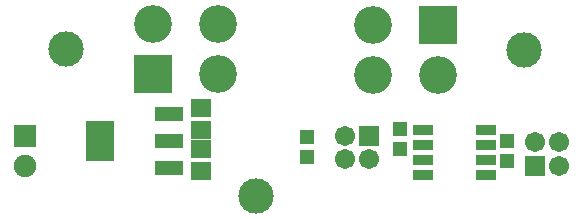
<source format=gbs>
G04 DipTrace 2.4.0.2*
%INV_C_monitor_V2.GBS*%
%MOIN*%
%ADD33C,0.1181*%
%ADD40R,0.0927X0.0474*%
%ADD42R,0.0927X0.136*%
%ADD46R,0.0691X0.0317*%
%ADD52C,0.075*%
%ADD54R,0.075X0.075*%
%ADD56C,0.1261*%
%ADD58R,0.1261X0.1261*%
%ADD62C,0.0671*%
%ADD64R,0.0671X0.0671*%
%ADD66R,0.0671X0.0592*%
%ADD68R,0.0474X0.0513*%
%FSLAX44Y44*%
G04*
G70*
G90*
G75*
G01*
%LNBotMask*%
%LPD*%
D68*
X21072Y6975D3*
Y6305D3*
D66*
X10884Y8100D3*
Y7352D3*
Y5975D3*
Y6723D3*
D64*
X22009Y6162D3*
D62*
Y6950D3*
X22796D3*
Y6162D3*
D64*
X16456Y7161D3*
D62*
Y6373D3*
X15669D3*
Y7161D3*
D58*
X9259Y9225D3*
D56*
Y10878D3*
X11424D3*
Y9225D3*
D33*
X6385Y10051D3*
D58*
X18759Y10850D3*
D56*
Y9196D3*
X16594D3*
Y10850D3*
D33*
X21633Y10023D3*
D54*
X5009Y7162D3*
D52*
Y6162D3*
D68*
X14413Y7129D3*
Y6460D3*
X17509Y6725D3*
Y7394D3*
D46*
X18259Y7350D3*
Y6850D3*
Y6350D3*
Y5850D3*
X20385D3*
Y6350D3*
Y6850D3*
Y7350D3*
D42*
X7509Y6975D3*
D40*
X9793Y7880D3*
Y6975D3*
Y6069D3*
D33*
X12720Y5149D3*
M02*

</source>
